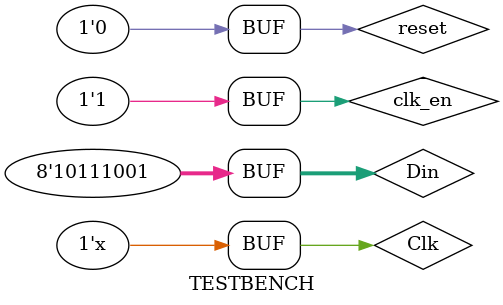
<source format=v>
`timescale 1ns / 1ps


module TESTBENCH;

	// Inputs
	reg Clk;
	reg reset;
	reg clk_en;
	reg [7:0] Din;

	// Outputs
	wire [7:0] Qo;

	// Instantiate the Unit Under Test (UUT)
	Dff_8bit_ClkEN uut (
		.Clk(Clk), 
		.reset(reset), 
		.clk_en(clk_en), 
		.Din(Din), 
		.Qo(Qo)
	);

	initial begin
		// Initialize Inputs
		Clk = 0;
		reset = 0;
		clk_en = 0;
		Din = 0;

		// Wait 100 ns for global reset to finish
		#100;
		clk_en = 1;
		Din = 8'd55;
		
		#100;
		clk_en = 1;
		reset = 0;
		Din = 8'd65;
		
		#100;
		clk_en = 1;
		reset = 1;
		Din = 8'd65;
		
		#100;
		clk_en = 1;
		reset = 0;
		Din = 8'd165;
		
		#100;
		clk_en = 0;
		Din = 8'd175;
		
		#100;
		clk_en = 1;
		Din = 8'd185;		

	end
	always #50 Clk = ~Clk;
      
endmodule


</source>
